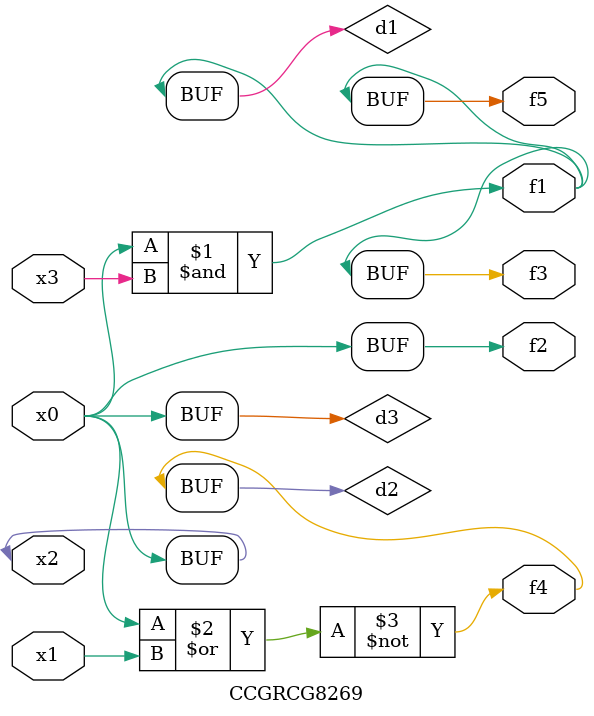
<source format=v>
module CCGRCG8269(
	input x0, x1, x2, x3,
	output f1, f2, f3, f4, f5
);

	wire d1, d2, d3;

	and (d1, x2, x3);
	nor (d2, x0, x1);
	buf (d3, x0, x2);
	assign f1 = d1;
	assign f2 = d3;
	assign f3 = d1;
	assign f4 = d2;
	assign f5 = d1;
endmodule

</source>
